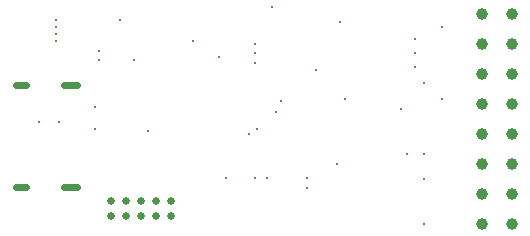
<source format=gbr>
%TF.GenerationSoftware,KiCad,Pcbnew,8.0.0*%
%TF.CreationDate,2024-03-25T21:44:14+01:00*%
%TF.ProjectId,expander-hw,65787061-6e64-4657-922d-68772e6b6963,rev?*%
%TF.SameCoordinates,Original*%
%TF.FileFunction,Plated,1,2,PTH,Mixed*%
%TF.FilePolarity,Positive*%
%FSLAX46Y46*%
G04 Gerber Fmt 4.6, Leading zero omitted, Abs format (unit mm)*
G04 Created by KiCad (PCBNEW 8.0.0) date 2024-03-25 21:44:14*
%MOMM*%
%LPD*%
G01*
G04 APERTURE LIST*
%TA.AperFunction,ViaDrill*%
%ADD10C,0.300000*%
%TD*%
G04 aperture for slot hole*
%TA.AperFunction,ComponentDrill*%
%ADD11C,0.600000*%
%TD*%
%TA.AperFunction,ComponentDrill*%
%ADD12C,0.650000*%
%TD*%
%TA.AperFunction,ComponentDrill*%
%ADD13C,1.000000*%
%TD*%
G04 APERTURE END LIST*
D10*
X112500000Y-102000000D03*
X114000000Y-93400000D03*
X114000000Y-94000000D03*
X114000000Y-94600000D03*
X114000000Y-95200000D03*
X114250000Y-102000000D03*
X117239720Y-102658809D03*
X117250000Y-100750000D03*
X117600000Y-96000000D03*
X117600000Y-96800000D03*
X119400000Y-93400000D03*
X120600000Y-96750000D03*
X121800000Y-102750000D03*
X125600000Y-95200000D03*
X127800000Y-96566205D03*
X128400000Y-106800000D03*
X130334358Y-103043761D03*
X130800000Y-95400000D03*
X130800000Y-96200000D03*
X130800000Y-97000000D03*
X130800000Y-106800000D03*
X131000000Y-102600000D03*
X131800000Y-106800000D03*
X132300000Y-92300000D03*
X132600000Y-101200000D03*
X133000000Y-100250000D03*
X135200000Y-106800000D03*
X135200000Y-107600000D03*
X136000000Y-97600000D03*
X137800000Y-105600000D03*
X138000000Y-93600000D03*
X138482959Y-100117041D03*
X143200000Y-100895000D03*
X143660000Y-104705000D03*
X144400000Y-95000000D03*
X144400000Y-96200000D03*
X144400000Y-97400000D03*
X145095000Y-106895000D03*
X145095000Y-110705000D03*
X145105000Y-98705000D03*
X145105000Y-104705000D03*
X146675000Y-94000000D03*
X146675000Y-100125000D03*
D11*
%TO.C,J2*%
X110600000Y-98860000D02*
X111400000Y-98860000D01*
X110600000Y-107500000D02*
X111400000Y-107500000D01*
X114650000Y-98860000D02*
X115750000Y-98860000D01*
X114650000Y-107500000D02*
X115750000Y-107500000D01*
D12*
%TO.C,J1*%
X118590000Y-108755000D03*
X118590000Y-110025000D03*
X119860000Y-108755000D03*
X119860000Y-110025000D03*
X121130000Y-108755000D03*
X121130000Y-110025000D03*
X122400000Y-108755000D03*
X122400000Y-110025000D03*
X123670000Y-108755000D03*
X123670000Y-110025000D03*
D13*
%TO.C,J3*%
X150000000Y-92925000D03*
X150000000Y-95465000D03*
X150000000Y-98005000D03*
X150000000Y-100545000D03*
X150000000Y-103085000D03*
X150000000Y-105625000D03*
X150000000Y-108165000D03*
X150000000Y-110705000D03*
X152540000Y-92925000D03*
X152540000Y-95465000D03*
X152540000Y-98005000D03*
X152540000Y-100545000D03*
X152540000Y-103085000D03*
X152540000Y-105625000D03*
X152540000Y-108165000D03*
X152540000Y-110705000D03*
M02*

</source>
